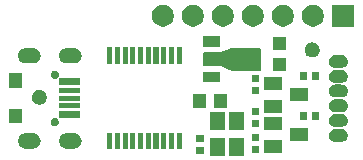
<source format=gbr>
G04 #@! TF.GenerationSoftware,KiCad,Pcbnew,5.1.5-52549c5~84~ubuntu19.10.1*
G04 #@! TF.CreationDate,2020-03-27T11:31:54+02:00*
G04 #@! TF.ProjectId,ESP-PROG_Rev.C,4553502d-5052-44f4-975f-5265762e432e,rev?*
G04 #@! TF.SameCoordinates,Original*
G04 #@! TF.FileFunction,Soldermask,Top*
G04 #@! TF.FilePolarity,Negative*
%FSLAX46Y46*%
G04 Gerber Fmt 4.6, Leading zero omitted, Abs format (unit mm)*
G04 Created by KiCad (PCBNEW 5.1.5-52549c5~84~ubuntu19.10.1) date 2020-03-27 11:31:54*
%MOMM*%
%LPD*%
G04 APERTURE LIST*
%ADD10C,0.200000*%
%ADD11C,0.100000*%
G04 APERTURE END LIST*
D10*
G36*
X134440000Y-97590000D02*
G01*
X133440000Y-97190000D01*
X132040000Y-97190000D01*
X132040000Y-96190000D01*
X133440000Y-96190000D01*
X134440000Y-95790000D01*
X136740000Y-95790000D01*
X136740000Y-97590000D01*
X134440000Y-97590000D01*
G37*
X134440000Y-97590000D02*
X133440000Y-97190000D01*
X132040000Y-97190000D01*
X132040000Y-96190000D01*
X133440000Y-96190000D01*
X134440000Y-95790000D01*
X136740000Y-95790000D01*
X136740000Y-97590000D01*
X134440000Y-97590000D01*
D11*
G36*
X135430800Y-104850800D02*
G01*
X134129200Y-104850800D01*
X134129200Y-103349200D01*
X135430800Y-103349200D01*
X135430800Y-104850800D01*
G37*
G36*
X133830800Y-104850800D02*
G01*
X132529200Y-104850800D01*
X132529200Y-103349200D01*
X133830800Y-103349200D01*
X133830800Y-104850800D01*
G37*
G36*
X132025800Y-104708800D02*
G01*
X131374200Y-104708800D01*
X131374200Y-104107200D01*
X132025800Y-104107200D01*
X132025800Y-104708800D01*
G37*
G36*
X136725800Y-104608800D02*
G01*
X136074200Y-104608800D01*
X136074200Y-104007200D01*
X136725800Y-104007200D01*
X136725800Y-104608800D01*
G37*
G36*
X138643360Y-104603300D02*
G01*
X137141760Y-104603300D01*
X137141760Y-103501700D01*
X138643360Y-103501700D01*
X138643360Y-104603300D01*
G37*
G36*
X128838300Y-104305300D02*
G01*
X128411700Y-104305300D01*
X128411700Y-102933700D01*
X128838300Y-102933700D01*
X128838300Y-104305300D01*
G37*
G36*
X129488300Y-104305300D02*
G01*
X129061700Y-104305300D01*
X129061700Y-102933700D01*
X129488300Y-102933700D01*
X129488300Y-104305300D01*
G37*
G36*
X128188300Y-104305300D02*
G01*
X127761700Y-104305300D01*
X127761700Y-102933700D01*
X128188300Y-102933700D01*
X128188300Y-104305300D01*
G37*
G36*
X127538300Y-104305300D02*
G01*
X127111700Y-104305300D01*
X127111700Y-102933700D01*
X127538300Y-102933700D01*
X127538300Y-104305300D01*
G37*
G36*
X126888300Y-104305300D02*
G01*
X126461700Y-104305300D01*
X126461700Y-102933700D01*
X126888300Y-102933700D01*
X126888300Y-104305300D01*
G37*
G36*
X126238300Y-104305300D02*
G01*
X125811700Y-104305300D01*
X125811700Y-102933700D01*
X126238300Y-102933700D01*
X126238300Y-104305300D01*
G37*
G36*
X125588300Y-104305300D02*
G01*
X125161700Y-104305300D01*
X125161700Y-102933700D01*
X125588300Y-102933700D01*
X125588300Y-104305300D01*
G37*
G36*
X124938300Y-104305300D02*
G01*
X124511700Y-104305300D01*
X124511700Y-102933700D01*
X124938300Y-102933700D01*
X124938300Y-104305300D01*
G37*
G36*
X124288300Y-104305300D02*
G01*
X123861700Y-104305300D01*
X123861700Y-102933700D01*
X124288300Y-102933700D01*
X124288300Y-104305300D01*
G37*
G36*
X130138300Y-104305300D02*
G01*
X129711700Y-104305300D01*
X129711700Y-102933700D01*
X130138300Y-102933700D01*
X130138300Y-104305300D01*
G37*
G36*
X121147579Y-102958617D02*
G01*
X121147582Y-102958618D01*
X121270254Y-102995830D01*
X121383313Y-103056261D01*
X121482411Y-103137589D01*
X121563739Y-103236687D01*
X121624170Y-103349746D01*
X121649269Y-103432487D01*
X121661383Y-103472421D01*
X121673948Y-103600000D01*
X121661383Y-103727579D01*
X121661382Y-103727582D01*
X121624170Y-103850254D01*
X121563739Y-103963313D01*
X121482411Y-104062411D01*
X121383313Y-104143739D01*
X121270254Y-104204170D01*
X121161609Y-104237127D01*
X121147579Y-104241383D01*
X121051963Y-104250800D01*
X120388037Y-104250800D01*
X120292421Y-104241383D01*
X120278391Y-104237127D01*
X120169746Y-104204170D01*
X120056687Y-104143739D01*
X119957589Y-104062411D01*
X119876261Y-103963313D01*
X119815830Y-103850254D01*
X119778618Y-103727582D01*
X119778617Y-103727579D01*
X119766052Y-103600000D01*
X119778617Y-103472421D01*
X119790731Y-103432487D01*
X119815830Y-103349746D01*
X119876261Y-103236687D01*
X119957589Y-103137589D01*
X120056687Y-103056261D01*
X120169746Y-102995830D01*
X120292418Y-102958618D01*
X120292421Y-102958617D01*
X120388037Y-102949200D01*
X121051963Y-102949200D01*
X121147579Y-102958617D01*
G37*
G36*
X117677579Y-102958617D02*
G01*
X117677582Y-102958618D01*
X117800254Y-102995830D01*
X117913313Y-103056261D01*
X118012411Y-103137589D01*
X118093739Y-103236687D01*
X118154170Y-103349746D01*
X118179269Y-103432487D01*
X118191383Y-103472421D01*
X118203948Y-103600000D01*
X118191383Y-103727579D01*
X118191382Y-103727582D01*
X118154170Y-103850254D01*
X118093739Y-103963313D01*
X118012411Y-104062411D01*
X117913313Y-104143739D01*
X117800254Y-104204170D01*
X117691609Y-104237127D01*
X117677579Y-104241383D01*
X117581963Y-104250800D01*
X116918037Y-104250800D01*
X116822421Y-104241383D01*
X116808391Y-104237127D01*
X116699746Y-104204170D01*
X116586687Y-104143739D01*
X116487589Y-104062411D01*
X116406261Y-103963313D01*
X116345830Y-103850254D01*
X116308618Y-103727582D01*
X116308617Y-103727579D01*
X116296052Y-103600000D01*
X116308617Y-103472421D01*
X116320731Y-103432487D01*
X116345830Y-103349746D01*
X116406261Y-103236687D01*
X116487589Y-103137589D01*
X116586687Y-103056261D01*
X116699746Y-102995830D01*
X116822418Y-102958618D01*
X116822421Y-102958617D01*
X116918037Y-102949200D01*
X117581963Y-102949200D01*
X117677579Y-102958617D01*
G37*
G36*
X132025800Y-103692800D02*
G01*
X131374200Y-103692800D01*
X131374200Y-103091200D01*
X132025800Y-103091200D01*
X132025800Y-103692800D01*
G37*
G36*
X143757976Y-102582170D02*
G01*
X143861802Y-102613665D01*
X143957489Y-102664811D01*
X144041359Y-102733641D01*
X144110189Y-102817511D01*
X144161335Y-102913198D01*
X144192830Y-103017024D01*
X144203465Y-103125000D01*
X144192830Y-103232976D01*
X144161335Y-103336802D01*
X144110189Y-103432489D01*
X144041359Y-103516359D01*
X143957489Y-103585189D01*
X143861802Y-103636335D01*
X143757976Y-103667830D01*
X143677057Y-103675800D01*
X143122943Y-103675800D01*
X143042024Y-103667830D01*
X142938198Y-103636335D01*
X142842511Y-103585189D01*
X142758641Y-103516359D01*
X142689811Y-103432489D01*
X142638665Y-103336802D01*
X142607170Y-103232976D01*
X142596535Y-103125000D01*
X142607170Y-103017024D01*
X142638665Y-102913198D01*
X142689811Y-102817511D01*
X142758641Y-102733641D01*
X142842511Y-102664811D01*
X142938198Y-102613665D01*
X143042024Y-102582170D01*
X143122943Y-102574200D01*
X143677057Y-102574200D01*
X143757976Y-102582170D01*
G37*
G36*
X140853160Y-103648260D02*
G01*
X139351560Y-103648260D01*
X139351560Y-102546660D01*
X140853160Y-102546660D01*
X140853160Y-103648260D01*
G37*
G36*
X136725800Y-103592800D02*
G01*
X136074200Y-103592800D01*
X136074200Y-102991200D01*
X136725800Y-102991200D01*
X136725800Y-103592800D01*
G37*
G36*
X138643360Y-102700840D02*
G01*
X137141760Y-102700840D01*
X137141760Y-101599240D01*
X138643360Y-101599240D01*
X138643360Y-102700840D01*
G37*
G36*
X133830800Y-102650800D02*
G01*
X132529200Y-102650800D01*
X132529200Y-101149200D01*
X133830800Y-101149200D01*
X133830800Y-102650800D01*
G37*
G36*
X135430800Y-102650800D02*
G01*
X134129200Y-102650800D01*
X134129200Y-101149200D01*
X135430800Y-101149200D01*
X135430800Y-102650800D01*
G37*
G36*
X143757976Y-101332170D02*
G01*
X143861802Y-101363665D01*
X143957489Y-101414811D01*
X144041359Y-101483641D01*
X144110189Y-101567511D01*
X144161335Y-101663198D01*
X144192830Y-101767024D01*
X144203465Y-101875000D01*
X144192830Y-101982976D01*
X144161335Y-102086802D01*
X144110189Y-102182489D01*
X144041359Y-102266359D01*
X143957489Y-102335189D01*
X143861802Y-102386335D01*
X143757976Y-102417830D01*
X143677057Y-102425800D01*
X143122943Y-102425800D01*
X143042024Y-102417830D01*
X142938198Y-102386335D01*
X142842511Y-102335189D01*
X142758641Y-102266359D01*
X142689811Y-102182489D01*
X142638665Y-102086802D01*
X142607170Y-101982976D01*
X142596535Y-101875000D01*
X142607170Y-101767024D01*
X142638665Y-101663198D01*
X142689811Y-101567511D01*
X142758641Y-101483641D01*
X142842511Y-101414811D01*
X142938198Y-101363665D01*
X143042024Y-101332170D01*
X143122943Y-101324200D01*
X143677057Y-101324200D01*
X143757976Y-101332170D01*
G37*
G36*
X136725800Y-102408800D02*
G01*
X136074200Y-102408800D01*
X136074200Y-101807200D01*
X136725800Y-101807200D01*
X136725800Y-102408800D01*
G37*
G36*
X119502324Y-101662681D02*
G01*
X119566166Y-101689125D01*
X119623622Y-101727516D01*
X119672484Y-101776378D01*
X119710875Y-101833834D01*
X119737319Y-101897676D01*
X119750800Y-101965449D01*
X119750800Y-102034551D01*
X119737319Y-102102324D01*
X119710875Y-102166166D01*
X119672484Y-102223622D01*
X119623622Y-102272484D01*
X119566166Y-102310875D01*
X119502324Y-102337319D01*
X119434551Y-102350800D01*
X119365449Y-102350800D01*
X119297676Y-102337319D01*
X119233834Y-102310875D01*
X119176378Y-102272484D01*
X119127516Y-102223622D01*
X119089125Y-102166166D01*
X119062681Y-102102324D01*
X119049200Y-102034551D01*
X119049200Y-101965449D01*
X119062681Y-101897676D01*
X119089125Y-101833834D01*
X119127516Y-101776378D01*
X119176378Y-101727516D01*
X119233834Y-101689125D01*
X119297676Y-101662681D01*
X119365449Y-101649200D01*
X119434551Y-101649200D01*
X119502324Y-101662681D01*
G37*
G36*
X116650800Y-102100800D02*
G01*
X115549200Y-102100800D01*
X115549200Y-100899200D01*
X116650800Y-100899200D01*
X116650800Y-102100800D01*
G37*
G36*
X140792800Y-101825800D02*
G01*
X140191200Y-101825800D01*
X140191200Y-101174200D01*
X140792800Y-101174200D01*
X140792800Y-101825800D01*
G37*
G36*
X141808800Y-101825800D02*
G01*
X141207200Y-101825800D01*
X141207200Y-101174200D01*
X141808800Y-101174200D01*
X141808800Y-101825800D01*
G37*
G36*
X121525800Y-101688300D02*
G01*
X119774200Y-101688300D01*
X119774200Y-101086700D01*
X121525800Y-101086700D01*
X121525800Y-101688300D01*
G37*
G36*
X136725800Y-101392800D02*
G01*
X136074200Y-101392800D01*
X136074200Y-100791200D01*
X136725800Y-100791200D01*
X136725800Y-101392800D01*
G37*
G36*
X138643360Y-101203300D02*
G01*
X137141760Y-101203300D01*
X137141760Y-100101700D01*
X138643360Y-100101700D01*
X138643360Y-101203300D01*
G37*
G36*
X143757976Y-100082170D02*
G01*
X143861802Y-100113665D01*
X143957489Y-100164811D01*
X144041359Y-100233641D01*
X144110189Y-100317511D01*
X144161335Y-100413198D01*
X144192830Y-100517024D01*
X144203465Y-100625000D01*
X144192830Y-100732976D01*
X144161335Y-100836802D01*
X144110189Y-100932489D01*
X144041359Y-101016359D01*
X143957489Y-101085189D01*
X143861802Y-101136335D01*
X143757976Y-101167830D01*
X143677057Y-101175800D01*
X143122943Y-101175800D01*
X143042024Y-101167830D01*
X142938198Y-101136335D01*
X142842511Y-101085189D01*
X142758641Y-101016359D01*
X142689811Y-100932489D01*
X142638665Y-100836802D01*
X142607170Y-100732976D01*
X142596535Y-100625000D01*
X142607170Y-100517024D01*
X142638665Y-100413198D01*
X142689811Y-100317511D01*
X142758641Y-100233641D01*
X142842511Y-100164811D01*
X142938198Y-100113665D01*
X143042024Y-100082170D01*
X143122943Y-100074200D01*
X143677057Y-100074200D01*
X143757976Y-100082170D01*
G37*
G36*
X121525800Y-100863300D02*
G01*
X119774200Y-100863300D01*
X119774200Y-100436700D01*
X121525800Y-100436700D01*
X121525800Y-100863300D01*
G37*
G36*
X132219800Y-100778800D02*
G01*
X131102200Y-100778800D01*
X131102200Y-99661200D01*
X132219800Y-99661200D01*
X132219800Y-100778800D01*
G37*
G36*
X133997800Y-100778800D02*
G01*
X132880200Y-100778800D01*
X132880200Y-99661200D01*
X133997800Y-99661200D01*
X133997800Y-100778800D01*
G37*
G36*
X118282889Y-99297095D02*
G01*
X118346534Y-99323458D01*
X118397000Y-99344361D01*
X118499687Y-99412975D01*
X118587025Y-99500313D01*
X118655639Y-99603000D01*
X118658041Y-99608800D01*
X118702905Y-99717111D01*
X118727000Y-99838246D01*
X118727000Y-99961754D01*
X118702905Y-100082889D01*
X118695113Y-100101700D01*
X118655639Y-100197000D01*
X118587025Y-100299687D01*
X118499687Y-100387025D01*
X118397000Y-100455639D01*
X118346534Y-100476542D01*
X118282889Y-100502905D01*
X118161754Y-100527000D01*
X118038246Y-100527000D01*
X117917111Y-100502905D01*
X117853466Y-100476542D01*
X117803000Y-100455639D01*
X117700313Y-100387025D01*
X117612975Y-100299687D01*
X117544361Y-100197000D01*
X117504887Y-100101700D01*
X117497095Y-100082889D01*
X117473000Y-99961754D01*
X117473000Y-99838246D01*
X117497095Y-99717111D01*
X117541959Y-99608800D01*
X117544361Y-99603000D01*
X117612975Y-99500313D01*
X117700313Y-99412975D01*
X117803000Y-99344361D01*
X117853466Y-99323458D01*
X117917111Y-99297095D01*
X118038246Y-99273000D01*
X118161754Y-99273000D01*
X118282889Y-99297095D01*
G37*
G36*
X140853160Y-100248260D02*
G01*
X139351560Y-100248260D01*
X139351560Y-99146660D01*
X140853160Y-99146660D01*
X140853160Y-100248260D01*
G37*
G36*
X121525800Y-100213300D02*
G01*
X119774200Y-100213300D01*
X119774200Y-99786700D01*
X121525800Y-99786700D01*
X121525800Y-100213300D01*
G37*
G36*
X143757976Y-98832170D02*
G01*
X143861802Y-98863665D01*
X143957489Y-98914811D01*
X144041359Y-98983641D01*
X144110189Y-99067511D01*
X144161335Y-99163198D01*
X144192830Y-99267024D01*
X144203465Y-99375000D01*
X144192830Y-99482976D01*
X144161335Y-99586802D01*
X144110189Y-99682489D01*
X144041359Y-99766359D01*
X143957489Y-99835189D01*
X143861802Y-99886335D01*
X143757976Y-99917830D01*
X143677057Y-99925800D01*
X143122943Y-99925800D01*
X143042024Y-99917830D01*
X142938198Y-99886335D01*
X142842511Y-99835189D01*
X142758641Y-99766359D01*
X142689811Y-99682489D01*
X142638665Y-99586802D01*
X142607170Y-99482976D01*
X142596535Y-99375000D01*
X142607170Y-99267024D01*
X142638665Y-99163198D01*
X142689811Y-99067511D01*
X142758641Y-98983641D01*
X142842511Y-98914811D01*
X142938198Y-98863665D01*
X143042024Y-98832170D01*
X143122943Y-98824200D01*
X143677057Y-98824200D01*
X143757976Y-98832170D01*
G37*
G36*
X136725800Y-99608800D02*
G01*
X136074200Y-99608800D01*
X136074200Y-99007200D01*
X136725800Y-99007200D01*
X136725800Y-99608800D01*
G37*
G36*
X121525800Y-99563300D02*
G01*
X119774200Y-99563300D01*
X119774200Y-99136700D01*
X121525800Y-99136700D01*
X121525800Y-99563300D01*
G37*
G36*
X138643360Y-99300840D02*
G01*
X137141760Y-99300840D01*
X137141760Y-98199240D01*
X138643360Y-98199240D01*
X138643360Y-99300840D01*
G37*
G36*
X116650800Y-99100800D02*
G01*
X115549200Y-99100800D01*
X115549200Y-97899200D01*
X116650800Y-97899200D01*
X116650800Y-99100800D01*
G37*
G36*
X121525800Y-98913300D02*
G01*
X119774200Y-98913300D01*
X119774200Y-98311700D01*
X121525800Y-98311700D01*
X121525800Y-98913300D01*
G37*
G36*
X143757976Y-97582170D02*
G01*
X143861802Y-97613665D01*
X143957489Y-97664811D01*
X144041359Y-97733641D01*
X144110189Y-97817511D01*
X144161335Y-97913198D01*
X144192830Y-98017024D01*
X144203465Y-98125000D01*
X144192830Y-98232976D01*
X144161335Y-98336802D01*
X144110189Y-98432489D01*
X144041359Y-98516359D01*
X143957489Y-98585189D01*
X143861802Y-98636335D01*
X143757976Y-98667830D01*
X143677057Y-98675800D01*
X143122943Y-98675800D01*
X143042024Y-98667830D01*
X142938198Y-98636335D01*
X142842511Y-98585189D01*
X142758641Y-98516359D01*
X142689811Y-98432489D01*
X142638665Y-98336802D01*
X142607170Y-98232976D01*
X142596535Y-98125000D01*
X142607170Y-98017024D01*
X142638665Y-97913198D01*
X142689811Y-97817511D01*
X142758641Y-97733641D01*
X142842511Y-97664811D01*
X142938198Y-97613665D01*
X143042024Y-97582170D01*
X143122943Y-97574200D01*
X143677057Y-97574200D01*
X143757976Y-97582170D01*
G37*
G36*
X133390800Y-98640800D02*
G01*
X131989200Y-98640800D01*
X131989200Y-97739200D01*
X133390800Y-97739200D01*
X133390800Y-98640800D01*
G37*
G36*
X136725800Y-98592800D02*
G01*
X136074200Y-98592800D01*
X136074200Y-97991200D01*
X136725800Y-97991200D01*
X136725800Y-98592800D01*
G37*
G36*
X141808800Y-98425800D02*
G01*
X141207200Y-98425800D01*
X141207200Y-97774200D01*
X141808800Y-97774200D01*
X141808800Y-98425800D01*
G37*
G36*
X140792800Y-98425800D02*
G01*
X140191200Y-98425800D01*
X140191200Y-97774200D01*
X140792800Y-97774200D01*
X140792800Y-98425800D01*
G37*
G36*
X119502324Y-97662681D02*
G01*
X119566166Y-97689125D01*
X119623622Y-97727516D01*
X119672484Y-97776378D01*
X119710875Y-97833834D01*
X119737319Y-97897676D01*
X119750800Y-97965449D01*
X119750800Y-98034551D01*
X119737319Y-98102324D01*
X119710875Y-98166166D01*
X119672484Y-98223622D01*
X119623622Y-98272484D01*
X119566166Y-98310875D01*
X119502324Y-98337319D01*
X119434551Y-98350800D01*
X119365449Y-98350800D01*
X119297676Y-98337319D01*
X119233834Y-98310875D01*
X119176378Y-98272484D01*
X119127516Y-98223622D01*
X119089125Y-98166166D01*
X119062681Y-98102324D01*
X119049200Y-98034551D01*
X119049200Y-97965449D01*
X119062681Y-97897676D01*
X119089125Y-97833834D01*
X119127516Y-97776378D01*
X119176378Y-97727516D01*
X119233834Y-97689125D01*
X119297676Y-97662681D01*
X119365449Y-97649200D01*
X119434551Y-97649200D01*
X119502324Y-97662681D01*
G37*
G36*
X139018800Y-97677800D02*
G01*
X137901200Y-97677800D01*
X137901200Y-96560200D01*
X139018800Y-96560200D01*
X139018800Y-97677800D01*
G37*
G36*
X143757976Y-96332170D02*
G01*
X143861802Y-96363665D01*
X143957489Y-96414811D01*
X144041359Y-96483641D01*
X144110189Y-96567511D01*
X144161335Y-96663198D01*
X144192830Y-96767024D01*
X144203465Y-96875000D01*
X144192830Y-96982976D01*
X144161335Y-97086802D01*
X144110189Y-97182489D01*
X144041359Y-97266359D01*
X143957489Y-97335189D01*
X143861802Y-97386335D01*
X143757976Y-97417830D01*
X143677057Y-97425800D01*
X143122943Y-97425800D01*
X143042024Y-97417830D01*
X142938198Y-97386335D01*
X142842511Y-97335189D01*
X142758641Y-97266359D01*
X142689811Y-97182489D01*
X142638665Y-97086802D01*
X142607170Y-96982976D01*
X142596535Y-96875000D01*
X142607170Y-96767024D01*
X142638665Y-96663198D01*
X142689811Y-96567511D01*
X142758641Y-96483641D01*
X142842511Y-96414811D01*
X142938198Y-96363665D01*
X143042024Y-96332170D01*
X143122943Y-96324200D01*
X143677057Y-96324200D01*
X143757976Y-96332170D01*
G37*
G36*
X130138300Y-97066300D02*
G01*
X129711700Y-97066300D01*
X129711700Y-95694700D01*
X130138300Y-95694700D01*
X130138300Y-97066300D01*
G37*
G36*
X129488300Y-97066300D02*
G01*
X129061700Y-97066300D01*
X129061700Y-95694700D01*
X129488300Y-95694700D01*
X129488300Y-97066300D01*
G37*
G36*
X128838300Y-97066300D02*
G01*
X128411700Y-97066300D01*
X128411700Y-95694700D01*
X128838300Y-95694700D01*
X128838300Y-97066300D01*
G37*
G36*
X126238300Y-97066300D02*
G01*
X125811700Y-97066300D01*
X125811700Y-95694700D01*
X126238300Y-95694700D01*
X126238300Y-97066300D01*
G37*
G36*
X124288300Y-97066300D02*
G01*
X123861700Y-97066300D01*
X123861700Y-95694700D01*
X124288300Y-95694700D01*
X124288300Y-97066300D01*
G37*
G36*
X127538300Y-97066300D02*
G01*
X127111700Y-97066300D01*
X127111700Y-95694700D01*
X127538300Y-95694700D01*
X127538300Y-97066300D01*
G37*
G36*
X125588300Y-97066300D02*
G01*
X125161700Y-97066300D01*
X125161700Y-95694700D01*
X125588300Y-95694700D01*
X125588300Y-97066300D01*
G37*
G36*
X124938300Y-97066300D02*
G01*
X124511700Y-97066300D01*
X124511700Y-95694700D01*
X124938300Y-95694700D01*
X124938300Y-97066300D01*
G37*
G36*
X126888300Y-97066300D02*
G01*
X126461700Y-97066300D01*
X126461700Y-95694700D01*
X126888300Y-95694700D01*
X126888300Y-97066300D01*
G37*
G36*
X128188300Y-97066300D02*
G01*
X127761700Y-97066300D01*
X127761700Y-95694700D01*
X128188300Y-95694700D01*
X128188300Y-97066300D01*
G37*
G36*
X121147579Y-95758617D02*
G01*
X121147582Y-95758618D01*
X121270254Y-95795830D01*
X121383313Y-95856261D01*
X121482411Y-95937589D01*
X121563739Y-96036687D01*
X121624170Y-96149746D01*
X121638503Y-96196996D01*
X121661383Y-96272421D01*
X121673948Y-96400000D01*
X121661383Y-96527579D01*
X121661382Y-96527582D01*
X121624170Y-96650254D01*
X121563739Y-96763313D01*
X121482411Y-96862411D01*
X121383313Y-96943739D01*
X121270254Y-97004170D01*
X121161609Y-97037127D01*
X121147579Y-97041383D01*
X121051963Y-97050800D01*
X120388037Y-97050800D01*
X120292421Y-97041383D01*
X120278391Y-97037127D01*
X120169746Y-97004170D01*
X120056687Y-96943739D01*
X119957589Y-96862411D01*
X119876261Y-96763313D01*
X119815830Y-96650254D01*
X119778618Y-96527582D01*
X119778617Y-96527579D01*
X119766052Y-96400000D01*
X119778617Y-96272421D01*
X119801497Y-96196996D01*
X119815830Y-96149746D01*
X119876261Y-96036687D01*
X119957589Y-95937589D01*
X120056687Y-95856261D01*
X120169746Y-95795830D01*
X120292418Y-95758618D01*
X120292421Y-95758617D01*
X120388037Y-95749200D01*
X121051963Y-95749200D01*
X121147579Y-95758617D01*
G37*
G36*
X117677579Y-95758617D02*
G01*
X117677582Y-95758618D01*
X117800254Y-95795830D01*
X117913313Y-95856261D01*
X118012411Y-95937589D01*
X118093739Y-96036687D01*
X118154170Y-96149746D01*
X118168503Y-96196996D01*
X118191383Y-96272421D01*
X118203948Y-96400000D01*
X118191383Y-96527579D01*
X118191382Y-96527582D01*
X118154170Y-96650254D01*
X118093739Y-96763313D01*
X118012411Y-96862411D01*
X117913313Y-96943739D01*
X117800254Y-97004170D01*
X117691609Y-97037127D01*
X117677579Y-97041383D01*
X117581963Y-97050800D01*
X116918037Y-97050800D01*
X116822421Y-97041383D01*
X116808391Y-97037127D01*
X116699746Y-97004170D01*
X116586687Y-96943739D01*
X116487589Y-96862411D01*
X116406261Y-96763313D01*
X116345830Y-96650254D01*
X116308618Y-96527582D01*
X116308617Y-96527579D01*
X116296052Y-96400000D01*
X116308617Y-96272421D01*
X116331497Y-96196996D01*
X116345830Y-96149746D01*
X116406261Y-96036687D01*
X116487589Y-95937589D01*
X116586687Y-95856261D01*
X116699746Y-95795830D01*
X116822418Y-95758618D01*
X116822421Y-95758617D01*
X116918037Y-95749200D01*
X117581963Y-95749200D01*
X117677579Y-95758617D01*
G37*
G36*
X141382889Y-95297095D02*
G01*
X141446534Y-95323458D01*
X141497000Y-95344361D01*
X141599687Y-95412975D01*
X141687025Y-95500313D01*
X141755639Y-95603000D01*
X141771296Y-95640800D01*
X141802905Y-95717111D01*
X141827000Y-95838246D01*
X141827000Y-95961754D01*
X141802905Y-96082889D01*
X141776542Y-96146534D01*
X141755639Y-96197000D01*
X141687025Y-96299687D01*
X141599687Y-96387025D01*
X141497000Y-96455639D01*
X141446534Y-96476542D01*
X141382889Y-96502905D01*
X141261754Y-96527000D01*
X141138246Y-96527000D01*
X141017111Y-96502905D01*
X140953466Y-96476542D01*
X140903000Y-96455639D01*
X140800313Y-96387025D01*
X140712975Y-96299687D01*
X140644361Y-96197000D01*
X140623458Y-96146534D01*
X140597095Y-96082889D01*
X140573000Y-95961754D01*
X140573000Y-95838246D01*
X140597095Y-95717111D01*
X140628704Y-95640800D01*
X140644361Y-95603000D01*
X140712975Y-95500313D01*
X140800313Y-95412975D01*
X140903000Y-95344361D01*
X140953466Y-95323458D01*
X141017111Y-95297095D01*
X141138246Y-95273000D01*
X141261754Y-95273000D01*
X141382889Y-95297095D01*
G37*
G36*
X139018800Y-95899800D02*
G01*
X137901200Y-95899800D01*
X137901200Y-94782200D01*
X139018800Y-94782200D01*
X139018800Y-95899800D01*
G37*
G36*
X133390800Y-95640800D02*
G01*
X131989200Y-95640800D01*
X131989200Y-94739200D01*
X133390800Y-94739200D01*
X133390800Y-95640800D01*
G37*
G36*
X128824129Y-92096316D02*
G01*
X128995162Y-92167160D01*
X128995163Y-92167161D01*
X128995166Y-92167162D01*
X129149085Y-92270008D01*
X129279992Y-92400915D01*
X129382838Y-92554834D01*
X129382839Y-92554837D01*
X129382840Y-92554838D01*
X129453684Y-92725871D01*
X129489800Y-92907438D01*
X129489800Y-93092562D01*
X129453684Y-93274129D01*
X129382840Y-93445162D01*
X129382838Y-93445166D01*
X129279992Y-93599085D01*
X129149085Y-93729992D01*
X128995166Y-93832838D01*
X128995163Y-93832839D01*
X128995162Y-93832840D01*
X128824129Y-93903684D01*
X128642562Y-93939800D01*
X128457438Y-93939800D01*
X128275871Y-93903684D01*
X128104838Y-93832840D01*
X128104837Y-93832839D01*
X128104834Y-93832838D01*
X127950915Y-93729992D01*
X127820008Y-93599085D01*
X127717162Y-93445166D01*
X127717160Y-93445162D01*
X127646316Y-93274129D01*
X127610200Y-93092562D01*
X127610200Y-92907438D01*
X127646316Y-92725871D01*
X127717160Y-92554838D01*
X127717161Y-92554837D01*
X127717162Y-92554834D01*
X127820008Y-92400915D01*
X127950915Y-92270008D01*
X128104834Y-92167162D01*
X128104837Y-92167161D01*
X128104838Y-92167160D01*
X128275871Y-92096316D01*
X128457438Y-92060200D01*
X128642562Y-92060200D01*
X128824129Y-92096316D01*
G37*
G36*
X131364129Y-92096316D02*
G01*
X131535162Y-92167160D01*
X131535163Y-92167161D01*
X131535166Y-92167162D01*
X131689085Y-92270008D01*
X131819992Y-92400915D01*
X131922838Y-92554834D01*
X131922839Y-92554837D01*
X131922840Y-92554838D01*
X131993684Y-92725871D01*
X132029800Y-92907438D01*
X132029800Y-93092562D01*
X131993684Y-93274129D01*
X131922840Y-93445162D01*
X131922838Y-93445166D01*
X131819992Y-93599085D01*
X131689085Y-93729992D01*
X131535166Y-93832838D01*
X131535163Y-93832839D01*
X131535162Y-93832840D01*
X131364129Y-93903684D01*
X131182562Y-93939800D01*
X130997438Y-93939800D01*
X130815871Y-93903684D01*
X130644838Y-93832840D01*
X130644837Y-93832839D01*
X130644834Y-93832838D01*
X130490915Y-93729992D01*
X130360008Y-93599085D01*
X130257162Y-93445166D01*
X130257160Y-93445162D01*
X130186316Y-93274129D01*
X130150200Y-93092562D01*
X130150200Y-92907438D01*
X130186316Y-92725871D01*
X130257160Y-92554838D01*
X130257161Y-92554837D01*
X130257162Y-92554834D01*
X130360008Y-92400915D01*
X130490915Y-92270008D01*
X130644834Y-92167162D01*
X130644837Y-92167161D01*
X130644838Y-92167160D01*
X130815871Y-92096316D01*
X130997438Y-92060200D01*
X131182562Y-92060200D01*
X131364129Y-92096316D01*
G37*
G36*
X136444129Y-92096316D02*
G01*
X136615162Y-92167160D01*
X136615163Y-92167161D01*
X136615166Y-92167162D01*
X136769085Y-92270008D01*
X136899992Y-92400915D01*
X137002838Y-92554834D01*
X137002839Y-92554837D01*
X137002840Y-92554838D01*
X137073684Y-92725871D01*
X137109800Y-92907438D01*
X137109800Y-93092562D01*
X137073684Y-93274129D01*
X137002840Y-93445162D01*
X137002838Y-93445166D01*
X136899992Y-93599085D01*
X136769085Y-93729992D01*
X136615166Y-93832838D01*
X136615163Y-93832839D01*
X136615162Y-93832840D01*
X136444129Y-93903684D01*
X136262562Y-93939800D01*
X136077438Y-93939800D01*
X135895871Y-93903684D01*
X135724838Y-93832840D01*
X135724837Y-93832839D01*
X135724834Y-93832838D01*
X135570915Y-93729992D01*
X135440008Y-93599085D01*
X135337162Y-93445166D01*
X135337160Y-93445162D01*
X135266316Y-93274129D01*
X135230200Y-93092562D01*
X135230200Y-92907438D01*
X135266316Y-92725871D01*
X135337160Y-92554838D01*
X135337161Y-92554837D01*
X135337162Y-92554834D01*
X135440008Y-92400915D01*
X135570915Y-92270008D01*
X135724834Y-92167162D01*
X135724837Y-92167161D01*
X135724838Y-92167160D01*
X135895871Y-92096316D01*
X136077438Y-92060200D01*
X136262562Y-92060200D01*
X136444129Y-92096316D01*
G37*
G36*
X138984129Y-92096316D02*
G01*
X139155162Y-92167160D01*
X139155163Y-92167161D01*
X139155166Y-92167162D01*
X139309085Y-92270008D01*
X139439992Y-92400915D01*
X139542838Y-92554834D01*
X139542839Y-92554837D01*
X139542840Y-92554838D01*
X139613684Y-92725871D01*
X139649800Y-92907438D01*
X139649800Y-93092562D01*
X139613684Y-93274129D01*
X139542840Y-93445162D01*
X139542838Y-93445166D01*
X139439992Y-93599085D01*
X139309085Y-93729992D01*
X139155166Y-93832838D01*
X139155163Y-93832839D01*
X139155162Y-93832840D01*
X138984129Y-93903684D01*
X138802562Y-93939800D01*
X138617438Y-93939800D01*
X138435871Y-93903684D01*
X138264838Y-93832840D01*
X138264837Y-93832839D01*
X138264834Y-93832838D01*
X138110915Y-93729992D01*
X137980008Y-93599085D01*
X137877162Y-93445166D01*
X137877160Y-93445162D01*
X137806316Y-93274129D01*
X137770200Y-93092562D01*
X137770200Y-92907438D01*
X137806316Y-92725871D01*
X137877160Y-92554838D01*
X137877161Y-92554837D01*
X137877162Y-92554834D01*
X137980008Y-92400915D01*
X138110915Y-92270008D01*
X138264834Y-92167162D01*
X138264837Y-92167161D01*
X138264838Y-92167160D01*
X138435871Y-92096316D01*
X138617438Y-92060200D01*
X138802562Y-92060200D01*
X138984129Y-92096316D01*
G37*
G36*
X141524129Y-92096316D02*
G01*
X141695162Y-92167160D01*
X141695163Y-92167161D01*
X141695166Y-92167162D01*
X141849085Y-92270008D01*
X141979992Y-92400915D01*
X142082838Y-92554834D01*
X142082839Y-92554837D01*
X142082840Y-92554838D01*
X142153684Y-92725871D01*
X142189800Y-92907438D01*
X142189800Y-93092562D01*
X142153684Y-93274129D01*
X142082840Y-93445162D01*
X142082838Y-93445166D01*
X141979992Y-93599085D01*
X141849085Y-93729992D01*
X141695166Y-93832838D01*
X141695163Y-93832839D01*
X141695162Y-93832840D01*
X141524129Y-93903684D01*
X141342562Y-93939800D01*
X141157438Y-93939800D01*
X140975871Y-93903684D01*
X140804838Y-93832840D01*
X140804837Y-93832839D01*
X140804834Y-93832838D01*
X140650915Y-93729992D01*
X140520008Y-93599085D01*
X140417162Y-93445166D01*
X140417160Y-93445162D01*
X140346316Y-93274129D01*
X140310200Y-93092562D01*
X140310200Y-92907438D01*
X140346316Y-92725871D01*
X140417160Y-92554838D01*
X140417161Y-92554837D01*
X140417162Y-92554834D01*
X140520008Y-92400915D01*
X140650915Y-92270008D01*
X140804834Y-92167162D01*
X140804837Y-92167161D01*
X140804838Y-92167160D01*
X140975871Y-92096316D01*
X141157438Y-92060200D01*
X141342562Y-92060200D01*
X141524129Y-92096316D01*
G37*
G36*
X133904129Y-92096316D02*
G01*
X134075162Y-92167160D01*
X134075163Y-92167161D01*
X134075166Y-92167162D01*
X134229085Y-92270008D01*
X134359992Y-92400915D01*
X134462838Y-92554834D01*
X134462839Y-92554837D01*
X134462840Y-92554838D01*
X134533684Y-92725871D01*
X134569800Y-92907438D01*
X134569800Y-93092562D01*
X134533684Y-93274129D01*
X134462840Y-93445162D01*
X134462838Y-93445166D01*
X134359992Y-93599085D01*
X134229085Y-93729992D01*
X134075166Y-93832838D01*
X134075163Y-93832839D01*
X134075162Y-93832840D01*
X133904129Y-93903684D01*
X133722562Y-93939800D01*
X133537438Y-93939800D01*
X133355871Y-93903684D01*
X133184838Y-93832840D01*
X133184837Y-93832839D01*
X133184834Y-93832838D01*
X133030915Y-93729992D01*
X132900008Y-93599085D01*
X132797162Y-93445166D01*
X132797160Y-93445162D01*
X132726316Y-93274129D01*
X132690200Y-93092562D01*
X132690200Y-92907438D01*
X132726316Y-92725871D01*
X132797160Y-92554838D01*
X132797161Y-92554837D01*
X132797162Y-92554834D01*
X132900008Y-92400915D01*
X133030915Y-92270008D01*
X133184834Y-92167162D01*
X133184837Y-92167161D01*
X133184838Y-92167160D01*
X133355871Y-92096316D01*
X133537438Y-92060200D01*
X133722562Y-92060200D01*
X133904129Y-92096316D01*
G37*
G36*
X144729800Y-93939800D02*
G01*
X142850200Y-93939800D01*
X142850200Y-92060200D01*
X144729800Y-92060200D01*
X144729800Y-93939800D01*
G37*
M02*

</source>
